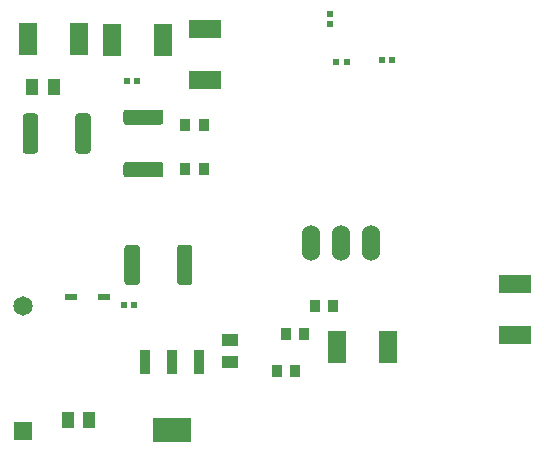
<source format=gbr>
%TF.GenerationSoftware,KiCad,Pcbnew,(5.1.9)-1*%
%TF.CreationDate,2021-03-01T12:10:23+05:30*%
%TF.ProjectId,Charger,43686172-6765-4722-9e6b-696361645f70,rev?*%
%TF.SameCoordinates,Original*%
%TF.FileFunction,Copper,L2,Bot*%
%TF.FilePolarity,Positive*%
%FSLAX46Y46*%
G04 Gerber Fmt 4.6, Leading zero omitted, Abs format (unit mm)*
G04 Created by KiCad (PCBNEW (5.1.9)-1) date 2021-03-01 12:10:23*
%MOMM*%
%LPD*%
G01*
G04 APERTURE LIST*
%TA.AperFunction,SMDPad,CuDef*%
%ADD10R,1.080000X1.420000*%
%TD*%
%TA.AperFunction,ComponentPad*%
%ADD11C,1.650000*%
%TD*%
%TA.AperFunction,ComponentPad*%
%ADD12R,1.650000X1.650000*%
%TD*%
%TA.AperFunction,SMDPad,CuDef*%
%ADD13R,0.950000X2.150000*%
%TD*%
%TA.AperFunction,SMDPad,CuDef*%
%ADD14R,3.250000X2.150000*%
%TD*%
%TA.AperFunction,SMDPad,CuDef*%
%ADD15R,0.600000X0.560000*%
%TD*%
%TA.AperFunction,SMDPad,CuDef*%
%ADD16R,0.560000X0.600000*%
%TD*%
%TA.AperFunction,SMDPad,CuDef*%
%ADD17R,1.600000X2.720000*%
%TD*%
%TA.AperFunction,SMDPad,CuDef*%
%ADD18R,0.940000X1.020000*%
%TD*%
%TA.AperFunction,SMDPad,CuDef*%
%ADD19R,2.720000X1.600000*%
%TD*%
%TA.AperFunction,SMDPad,CuDef*%
%ADD20R,1.000000X1.420000*%
%TD*%
%TA.AperFunction,SMDPad,CuDef*%
%ADD21R,1.420000X1.000000*%
%TD*%
%TA.AperFunction,SMDPad,CuDef*%
%ADD22R,0.490000X0.600000*%
%TD*%
%TA.AperFunction,ComponentPad*%
%ADD23O,1.524000X3.048000*%
%TD*%
%TA.AperFunction,SMDPad,CuDef*%
%ADD24R,1.050000X0.600000*%
%TD*%
G04 APERTURE END LIST*
D10*
%TO.P,C2,2*%
%TO.N,Net-(C2-Pad2)*%
X89287000Y-66103500D03*
%TO.P,C2,1*%
%TO.N,Net-(C2-Pad1)*%
X87497000Y-66103500D03*
%TD*%
D11*
%TO.P,D2,A*%
%TO.N,Net-(D2-PadA)*%
X83642200Y-56422000D03*
D12*
%TO.P,D2,C*%
%TO.N,VinL*%
X83642200Y-67022000D03*
%TD*%
%TO.P,D4,1*%
%TO.N,Net-(D4-Pad1)*%
%TA.AperFunction,SMDPad,CuDef*%
G36*
G01*
X95303001Y-45547000D02*
X92402999Y-45547000D01*
G75*
G02*
X92153000Y-45297001I0J249999D01*
G01*
X92153000Y-44496999D01*
G75*
G02*
X92402999Y-44247000I249999J0D01*
G01*
X95303001Y-44247000D01*
G75*
G02*
X95553000Y-44496999I0J-249999D01*
G01*
X95553000Y-45297001D01*
G75*
G02*
X95303001Y-45547000I-249999J0D01*
G01*
G37*
%TD.AperFunction*%
%TO.P,D4,2*%
%TO.N,Net-(C1-Pad1)*%
%TA.AperFunction,SMDPad,CuDef*%
G36*
G01*
X95303001Y-41097000D02*
X92402999Y-41097000D01*
G75*
G02*
X92153000Y-40847001I0J249999D01*
G01*
X92153000Y-40046999D01*
G75*
G02*
X92402999Y-39797000I249999J0D01*
G01*
X95303001Y-39797000D01*
G75*
G02*
X95553000Y-40046999I0J-249999D01*
G01*
X95553000Y-40847001D01*
G75*
G02*
X95303001Y-41097000I-249999J0D01*
G01*
G37*
%TD.AperFunction*%
%TD*%
%TO.P,D5,1*%
%TO.N,Net-(D5-Pad1)*%
%TA.AperFunction,SMDPad,CuDef*%
G36*
G01*
X83637400Y-43283801D02*
X83637400Y-40383799D01*
G75*
G02*
X83887399Y-40133800I249999J0D01*
G01*
X84687401Y-40133800D01*
G75*
G02*
X84937400Y-40383799I0J-249999D01*
G01*
X84937400Y-43283801D01*
G75*
G02*
X84687401Y-43533800I-249999J0D01*
G01*
X83887399Y-43533800D01*
G75*
G02*
X83637400Y-43283801I0J249999D01*
G01*
G37*
%TD.AperFunction*%
%TO.P,D5,2*%
%TO.N,Net-(D4-Pad1)*%
%TA.AperFunction,SMDPad,CuDef*%
G36*
G01*
X88087400Y-43283801D02*
X88087400Y-40383799D01*
G75*
G02*
X88337399Y-40133800I249999J0D01*
G01*
X89137401Y-40133800D01*
G75*
G02*
X89387400Y-40383799I0J-249999D01*
G01*
X89387400Y-43283801D01*
G75*
G02*
X89137401Y-43533800I-249999J0D01*
G01*
X88337399Y-43533800D01*
G75*
G02*
X88087400Y-43283801I0J249999D01*
G01*
G37*
%TD.AperFunction*%
%TD*%
%TO.P,D6,2*%
%TO.N,Vsmp*%
%TA.AperFunction,SMDPad,CuDef*%
G36*
G01*
X96698000Y-54409001D02*
X96698000Y-51508999D01*
G75*
G02*
X96947999Y-51259000I249999J0D01*
G01*
X97748001Y-51259000D01*
G75*
G02*
X97998000Y-51508999I0J-249999D01*
G01*
X97998000Y-54409001D01*
G75*
G02*
X97748001Y-54659000I-249999J0D01*
G01*
X96947999Y-54659000D01*
G75*
G02*
X96698000Y-54409001I0J249999D01*
G01*
G37*
%TD.AperFunction*%
%TO.P,D6,1*%
%TO.N,Net-(C8-Pad1)*%
%TA.AperFunction,SMDPad,CuDef*%
G36*
G01*
X92248000Y-54409001D02*
X92248000Y-51508999D01*
G75*
G02*
X92497999Y-51259000I249999J0D01*
G01*
X93298001Y-51259000D01*
G75*
G02*
X93548000Y-51508999I0J-249999D01*
G01*
X93548000Y-54409001D01*
G75*
G02*
X93298001Y-54659000I-249999J0D01*
G01*
X92497999Y-54659000D01*
G75*
G02*
X92248000Y-54409001I0J249999D01*
G01*
G37*
%TD.AperFunction*%
%TD*%
D13*
%TO.P,Q1,1*%
%TO.N,Net-(Q1-Pad1)*%
X93966000Y-61171500D03*
%TO.P,Q1,2*%
%TO.N,N/C*%
X96266000Y-61171500D03*
%TO.P,Q1,3*%
%TO.N,Net-(Q1-Pad3)*%
X98566000Y-61171500D03*
D14*
%TO.P,Q1,4*%
%TO.N,Net-(D5-Pad1)*%
X96266000Y-66971500D03*
%TD*%
D15*
%TO.P,R1,1*%
%TO.N,Vint*%
X109664500Y-31696000D03*
%TO.P,R1,2*%
%TO.N,Stat1*%
X109664500Y-32566000D03*
%TD*%
D16*
%TO.P,R2,2*%
%TO.N,Stat2*%
X114925500Y-35623500D03*
%TO.P,R2,1*%
%TO.N,Vint*%
X114055500Y-35623500D03*
%TD*%
D17*
%TO.P,R3,1*%
%TO.N,Net-(R3-Pad1)*%
X91185000Y-33883600D03*
%TO.P,R3,2*%
%TO.N,gnd*%
X95505000Y-33883600D03*
%TD*%
D18*
%TO.P,R4,1*%
%TO.N,Net-(R4-Pad1)*%
X105890000Y-58801000D03*
%TO.P,R4,2*%
%TO.N,gnd*%
X107470000Y-58801000D03*
%TD*%
D19*
%TO.P,R5,1*%
%TO.N,Net-(R5-Pad1)*%
X99085400Y-32968200D03*
%TO.P,R5,2*%
%TO.N,gnd*%
X99085400Y-37288200D03*
%TD*%
D18*
%TO.P,R6,2*%
%TO.N,gnd*%
X109946000Y-56451500D03*
%TO.P,R6,1*%
%TO.N,Net-(R6-Pad1)*%
X108366000Y-56451500D03*
%TD*%
%TO.P,R7,2*%
%TO.N,Net-(R7-Pad2)*%
X98986400Y-41097200D03*
%TO.P,R7,1*%
%TO.N,Net-(R7-Pad1)*%
X97406400Y-41097200D03*
%TD*%
D17*
%TO.P,R8,1*%
%TO.N,Net-(R7-Pad2)*%
X110235000Y-59944000D03*
%TO.P,R8,2*%
%TO.N,gnd*%
X114555000Y-59944000D03*
%TD*%
D18*
%TO.P,R9,1*%
%TO.N,Net-(R7-Pad1)*%
X97406400Y-44856400D03*
%TO.P,R9,2*%
%TO.N,Net-(R10-Pad1)*%
X98986400Y-44856400D03*
%TD*%
D19*
%TO.P,R10,2*%
%TO.N,gnd*%
X125349000Y-58865500D03*
%TO.P,R10,1*%
%TO.N,Net-(R10-Pad1)*%
X125349000Y-54545500D03*
%TD*%
D20*
%TO.P,R11,1*%
%TO.N,Net-(C1-Pad1)*%
X84383600Y-37922200D03*
%TO.P,R11,2*%
%TO.N,Vin_sense*%
X86253600Y-37922200D03*
%TD*%
D16*
%TO.P,R12,1*%
%TO.N,Net-(C1-Pad1)*%
X92465500Y-37401500D03*
%TO.P,R12,2*%
%TO.N,Net-(D2-PadA)*%
X93335500Y-37401500D03*
%TD*%
D21*
%TO.P,R13,2*%
%TO.N,en*%
X101219000Y-61196500D03*
%TO.P,R13,1*%
%TO.N,VinL*%
X101219000Y-59326500D03*
%TD*%
D16*
%TO.P,R14,2*%
%TO.N,gnd*%
X111052000Y-35750500D03*
%TO.P,R14,1*%
%TO.N,en*%
X110182000Y-35750500D03*
%TD*%
D22*
%TO.P,R15,2*%
%TO.N,dcm*%
X93101500Y-56324500D03*
%TO.P,R15,1*%
%TO.N,Net-(D3-PadA)*%
X92191500Y-56324500D03*
%TD*%
D17*
%TO.P,R16,2*%
%TO.N,dcm*%
X88367600Y-33858200D03*
%TO.P,R16,1*%
%TO.N,Net-(C9-Pad1)*%
X84047600Y-33858200D03*
%TD*%
D18*
%TO.P,R17,2*%
%TO.N,gnd*%
X106708000Y-61976000D03*
%TO.P,R17,1*%
%TO.N,Net-(C9-Pad1)*%
X105128000Y-61976000D03*
%TD*%
D23*
%TO.P,U1,1*%
%TO.N,gnd*%
X113157000Y-51117500D03*
%TO.P,U1,2*%
%TO.N,Vint*%
X110617000Y-51117500D03*
%TO.P,U1,3*%
%TO.N,Net-(C8-Pad1)*%
X108077000Y-51117500D03*
%TD*%
D24*
%TO.P,D3,C*%
%TO.N,VinL*%
X87754000Y-55689500D03*
%TO.P,D3,A*%
%TO.N,Net-(D3-PadA)*%
X90554000Y-55689500D03*
%TD*%
M02*

</source>
